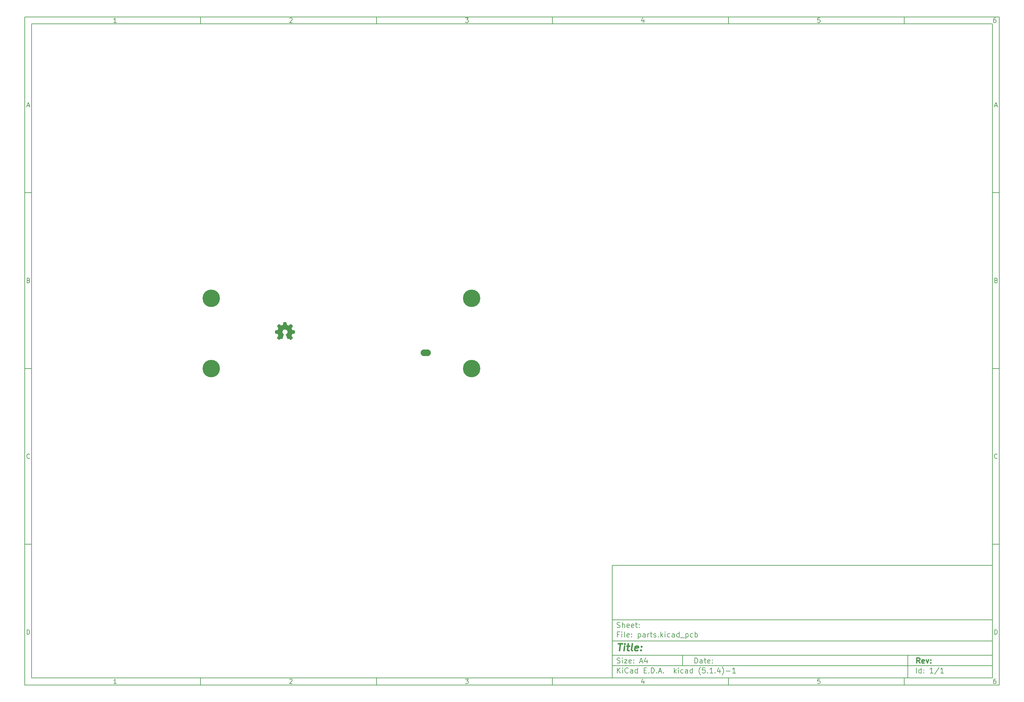
<source format=gbs>
G04 #@! TF.GenerationSoftware,KiCad,Pcbnew,(5.1.4)-1*
G04 #@! TF.CreationDate,2020-02-22T21:07:06+08:00*
G04 #@! TF.ProjectId,parts,70617274-732e-46b6-9963-61645f706362,rev?*
G04 #@! TF.SameCoordinates,Original*
G04 #@! TF.FileFunction,Soldermask,Bot*
G04 #@! TF.FilePolarity,Negative*
%FSLAX46Y46*%
G04 Gerber Fmt 4.6, Leading zero omitted, Abs format (unit mm)*
G04 Created by KiCad (PCBNEW (5.1.4)-1) date 2020-02-22 21:07:06*
%MOMM*%
%LPD*%
G04 APERTURE LIST*
%ADD10C,0.150000*%
%ADD11C,0.300000*%
%ADD12C,0.400000*%
%ADD13C,0.002540*%
%ADD14O,2.900000X1.900000*%
%ADD15C,1.000000*%
%ADD16C,4.960000*%
G04 APERTURE END LIST*
D10*
X177002200Y-166007200D02*
X177002200Y-198007200D01*
X285002200Y-198007200D01*
X285002200Y-166007200D01*
X177002200Y-166007200D01*
X10000000Y-10000000D02*
X10000000Y-200007200D01*
X287002200Y-200007200D01*
X287002200Y-10000000D01*
X10000000Y-10000000D01*
X12000000Y-12000000D02*
X12000000Y-198007200D01*
X285002200Y-198007200D01*
X285002200Y-12000000D01*
X12000000Y-12000000D01*
X60000000Y-12000000D02*
X60000000Y-10000000D01*
X110000000Y-12000000D02*
X110000000Y-10000000D01*
X160000000Y-12000000D02*
X160000000Y-10000000D01*
X210000000Y-12000000D02*
X210000000Y-10000000D01*
X260000000Y-12000000D02*
X260000000Y-10000000D01*
X36065476Y-11588095D02*
X35322619Y-11588095D01*
X35694047Y-11588095D02*
X35694047Y-10288095D01*
X35570238Y-10473809D01*
X35446428Y-10597619D01*
X35322619Y-10659523D01*
X85322619Y-10411904D02*
X85384523Y-10350000D01*
X85508333Y-10288095D01*
X85817857Y-10288095D01*
X85941666Y-10350000D01*
X86003571Y-10411904D01*
X86065476Y-10535714D01*
X86065476Y-10659523D01*
X86003571Y-10845238D01*
X85260714Y-11588095D01*
X86065476Y-11588095D01*
X135260714Y-10288095D02*
X136065476Y-10288095D01*
X135632142Y-10783333D01*
X135817857Y-10783333D01*
X135941666Y-10845238D01*
X136003571Y-10907142D01*
X136065476Y-11030952D01*
X136065476Y-11340476D01*
X136003571Y-11464285D01*
X135941666Y-11526190D01*
X135817857Y-11588095D01*
X135446428Y-11588095D01*
X135322619Y-11526190D01*
X135260714Y-11464285D01*
X185941666Y-10721428D02*
X185941666Y-11588095D01*
X185632142Y-10226190D02*
X185322619Y-11154761D01*
X186127380Y-11154761D01*
X236003571Y-10288095D02*
X235384523Y-10288095D01*
X235322619Y-10907142D01*
X235384523Y-10845238D01*
X235508333Y-10783333D01*
X235817857Y-10783333D01*
X235941666Y-10845238D01*
X236003571Y-10907142D01*
X236065476Y-11030952D01*
X236065476Y-11340476D01*
X236003571Y-11464285D01*
X235941666Y-11526190D01*
X235817857Y-11588095D01*
X235508333Y-11588095D01*
X235384523Y-11526190D01*
X235322619Y-11464285D01*
X285941666Y-10288095D02*
X285694047Y-10288095D01*
X285570238Y-10350000D01*
X285508333Y-10411904D01*
X285384523Y-10597619D01*
X285322619Y-10845238D01*
X285322619Y-11340476D01*
X285384523Y-11464285D01*
X285446428Y-11526190D01*
X285570238Y-11588095D01*
X285817857Y-11588095D01*
X285941666Y-11526190D01*
X286003571Y-11464285D01*
X286065476Y-11340476D01*
X286065476Y-11030952D01*
X286003571Y-10907142D01*
X285941666Y-10845238D01*
X285817857Y-10783333D01*
X285570238Y-10783333D01*
X285446428Y-10845238D01*
X285384523Y-10907142D01*
X285322619Y-11030952D01*
X60000000Y-198007200D02*
X60000000Y-200007200D01*
X110000000Y-198007200D02*
X110000000Y-200007200D01*
X160000000Y-198007200D02*
X160000000Y-200007200D01*
X210000000Y-198007200D02*
X210000000Y-200007200D01*
X260000000Y-198007200D02*
X260000000Y-200007200D01*
X36065476Y-199595295D02*
X35322619Y-199595295D01*
X35694047Y-199595295D02*
X35694047Y-198295295D01*
X35570238Y-198481009D01*
X35446428Y-198604819D01*
X35322619Y-198666723D01*
X85322619Y-198419104D02*
X85384523Y-198357200D01*
X85508333Y-198295295D01*
X85817857Y-198295295D01*
X85941666Y-198357200D01*
X86003571Y-198419104D01*
X86065476Y-198542914D01*
X86065476Y-198666723D01*
X86003571Y-198852438D01*
X85260714Y-199595295D01*
X86065476Y-199595295D01*
X135260714Y-198295295D02*
X136065476Y-198295295D01*
X135632142Y-198790533D01*
X135817857Y-198790533D01*
X135941666Y-198852438D01*
X136003571Y-198914342D01*
X136065476Y-199038152D01*
X136065476Y-199347676D01*
X136003571Y-199471485D01*
X135941666Y-199533390D01*
X135817857Y-199595295D01*
X135446428Y-199595295D01*
X135322619Y-199533390D01*
X135260714Y-199471485D01*
X185941666Y-198728628D02*
X185941666Y-199595295D01*
X185632142Y-198233390D02*
X185322619Y-199161961D01*
X186127380Y-199161961D01*
X236003571Y-198295295D02*
X235384523Y-198295295D01*
X235322619Y-198914342D01*
X235384523Y-198852438D01*
X235508333Y-198790533D01*
X235817857Y-198790533D01*
X235941666Y-198852438D01*
X236003571Y-198914342D01*
X236065476Y-199038152D01*
X236065476Y-199347676D01*
X236003571Y-199471485D01*
X235941666Y-199533390D01*
X235817857Y-199595295D01*
X235508333Y-199595295D01*
X235384523Y-199533390D01*
X235322619Y-199471485D01*
X285941666Y-198295295D02*
X285694047Y-198295295D01*
X285570238Y-198357200D01*
X285508333Y-198419104D01*
X285384523Y-198604819D01*
X285322619Y-198852438D01*
X285322619Y-199347676D01*
X285384523Y-199471485D01*
X285446428Y-199533390D01*
X285570238Y-199595295D01*
X285817857Y-199595295D01*
X285941666Y-199533390D01*
X286003571Y-199471485D01*
X286065476Y-199347676D01*
X286065476Y-199038152D01*
X286003571Y-198914342D01*
X285941666Y-198852438D01*
X285817857Y-198790533D01*
X285570238Y-198790533D01*
X285446428Y-198852438D01*
X285384523Y-198914342D01*
X285322619Y-199038152D01*
X10000000Y-60000000D02*
X12000000Y-60000000D01*
X10000000Y-110000000D02*
X12000000Y-110000000D01*
X10000000Y-160000000D02*
X12000000Y-160000000D01*
X10690476Y-35216666D02*
X11309523Y-35216666D01*
X10566666Y-35588095D02*
X11000000Y-34288095D01*
X11433333Y-35588095D01*
X11092857Y-84907142D02*
X11278571Y-84969047D01*
X11340476Y-85030952D01*
X11402380Y-85154761D01*
X11402380Y-85340476D01*
X11340476Y-85464285D01*
X11278571Y-85526190D01*
X11154761Y-85588095D01*
X10659523Y-85588095D01*
X10659523Y-84288095D01*
X11092857Y-84288095D01*
X11216666Y-84350000D01*
X11278571Y-84411904D01*
X11340476Y-84535714D01*
X11340476Y-84659523D01*
X11278571Y-84783333D01*
X11216666Y-84845238D01*
X11092857Y-84907142D01*
X10659523Y-84907142D01*
X11402380Y-135464285D02*
X11340476Y-135526190D01*
X11154761Y-135588095D01*
X11030952Y-135588095D01*
X10845238Y-135526190D01*
X10721428Y-135402380D01*
X10659523Y-135278571D01*
X10597619Y-135030952D01*
X10597619Y-134845238D01*
X10659523Y-134597619D01*
X10721428Y-134473809D01*
X10845238Y-134350000D01*
X11030952Y-134288095D01*
X11154761Y-134288095D01*
X11340476Y-134350000D01*
X11402380Y-134411904D01*
X10659523Y-185588095D02*
X10659523Y-184288095D01*
X10969047Y-184288095D01*
X11154761Y-184350000D01*
X11278571Y-184473809D01*
X11340476Y-184597619D01*
X11402380Y-184845238D01*
X11402380Y-185030952D01*
X11340476Y-185278571D01*
X11278571Y-185402380D01*
X11154761Y-185526190D01*
X10969047Y-185588095D01*
X10659523Y-185588095D01*
X287002200Y-60000000D02*
X285002200Y-60000000D01*
X287002200Y-110000000D02*
X285002200Y-110000000D01*
X287002200Y-160000000D02*
X285002200Y-160000000D01*
X285692676Y-35216666D02*
X286311723Y-35216666D01*
X285568866Y-35588095D02*
X286002200Y-34288095D01*
X286435533Y-35588095D01*
X286095057Y-84907142D02*
X286280771Y-84969047D01*
X286342676Y-85030952D01*
X286404580Y-85154761D01*
X286404580Y-85340476D01*
X286342676Y-85464285D01*
X286280771Y-85526190D01*
X286156961Y-85588095D01*
X285661723Y-85588095D01*
X285661723Y-84288095D01*
X286095057Y-84288095D01*
X286218866Y-84350000D01*
X286280771Y-84411904D01*
X286342676Y-84535714D01*
X286342676Y-84659523D01*
X286280771Y-84783333D01*
X286218866Y-84845238D01*
X286095057Y-84907142D01*
X285661723Y-84907142D01*
X286404580Y-135464285D02*
X286342676Y-135526190D01*
X286156961Y-135588095D01*
X286033152Y-135588095D01*
X285847438Y-135526190D01*
X285723628Y-135402380D01*
X285661723Y-135278571D01*
X285599819Y-135030952D01*
X285599819Y-134845238D01*
X285661723Y-134597619D01*
X285723628Y-134473809D01*
X285847438Y-134350000D01*
X286033152Y-134288095D01*
X286156961Y-134288095D01*
X286342676Y-134350000D01*
X286404580Y-134411904D01*
X285661723Y-185588095D02*
X285661723Y-184288095D01*
X285971247Y-184288095D01*
X286156961Y-184350000D01*
X286280771Y-184473809D01*
X286342676Y-184597619D01*
X286404580Y-184845238D01*
X286404580Y-185030952D01*
X286342676Y-185278571D01*
X286280771Y-185402380D01*
X286156961Y-185526190D01*
X285971247Y-185588095D01*
X285661723Y-185588095D01*
X200434342Y-193785771D02*
X200434342Y-192285771D01*
X200791485Y-192285771D01*
X201005771Y-192357200D01*
X201148628Y-192500057D01*
X201220057Y-192642914D01*
X201291485Y-192928628D01*
X201291485Y-193142914D01*
X201220057Y-193428628D01*
X201148628Y-193571485D01*
X201005771Y-193714342D01*
X200791485Y-193785771D01*
X200434342Y-193785771D01*
X202577200Y-193785771D02*
X202577200Y-193000057D01*
X202505771Y-192857200D01*
X202362914Y-192785771D01*
X202077200Y-192785771D01*
X201934342Y-192857200D01*
X202577200Y-193714342D02*
X202434342Y-193785771D01*
X202077200Y-193785771D01*
X201934342Y-193714342D01*
X201862914Y-193571485D01*
X201862914Y-193428628D01*
X201934342Y-193285771D01*
X202077200Y-193214342D01*
X202434342Y-193214342D01*
X202577200Y-193142914D01*
X203077200Y-192785771D02*
X203648628Y-192785771D01*
X203291485Y-192285771D02*
X203291485Y-193571485D01*
X203362914Y-193714342D01*
X203505771Y-193785771D01*
X203648628Y-193785771D01*
X204720057Y-193714342D02*
X204577200Y-193785771D01*
X204291485Y-193785771D01*
X204148628Y-193714342D01*
X204077200Y-193571485D01*
X204077200Y-193000057D01*
X204148628Y-192857200D01*
X204291485Y-192785771D01*
X204577200Y-192785771D01*
X204720057Y-192857200D01*
X204791485Y-193000057D01*
X204791485Y-193142914D01*
X204077200Y-193285771D01*
X205434342Y-193642914D02*
X205505771Y-193714342D01*
X205434342Y-193785771D01*
X205362914Y-193714342D01*
X205434342Y-193642914D01*
X205434342Y-193785771D01*
X205434342Y-192857200D02*
X205505771Y-192928628D01*
X205434342Y-193000057D01*
X205362914Y-192928628D01*
X205434342Y-192857200D01*
X205434342Y-193000057D01*
X177002200Y-194507200D02*
X285002200Y-194507200D01*
X178434342Y-196585771D02*
X178434342Y-195085771D01*
X179291485Y-196585771D02*
X178648628Y-195728628D01*
X179291485Y-195085771D02*
X178434342Y-195942914D01*
X179934342Y-196585771D02*
X179934342Y-195585771D01*
X179934342Y-195085771D02*
X179862914Y-195157200D01*
X179934342Y-195228628D01*
X180005771Y-195157200D01*
X179934342Y-195085771D01*
X179934342Y-195228628D01*
X181505771Y-196442914D02*
X181434342Y-196514342D01*
X181220057Y-196585771D01*
X181077200Y-196585771D01*
X180862914Y-196514342D01*
X180720057Y-196371485D01*
X180648628Y-196228628D01*
X180577200Y-195942914D01*
X180577200Y-195728628D01*
X180648628Y-195442914D01*
X180720057Y-195300057D01*
X180862914Y-195157200D01*
X181077200Y-195085771D01*
X181220057Y-195085771D01*
X181434342Y-195157200D01*
X181505771Y-195228628D01*
X182791485Y-196585771D02*
X182791485Y-195800057D01*
X182720057Y-195657200D01*
X182577200Y-195585771D01*
X182291485Y-195585771D01*
X182148628Y-195657200D01*
X182791485Y-196514342D02*
X182648628Y-196585771D01*
X182291485Y-196585771D01*
X182148628Y-196514342D01*
X182077200Y-196371485D01*
X182077200Y-196228628D01*
X182148628Y-196085771D01*
X182291485Y-196014342D01*
X182648628Y-196014342D01*
X182791485Y-195942914D01*
X184148628Y-196585771D02*
X184148628Y-195085771D01*
X184148628Y-196514342D02*
X184005771Y-196585771D01*
X183720057Y-196585771D01*
X183577200Y-196514342D01*
X183505771Y-196442914D01*
X183434342Y-196300057D01*
X183434342Y-195871485D01*
X183505771Y-195728628D01*
X183577200Y-195657200D01*
X183720057Y-195585771D01*
X184005771Y-195585771D01*
X184148628Y-195657200D01*
X186005771Y-195800057D02*
X186505771Y-195800057D01*
X186720057Y-196585771D02*
X186005771Y-196585771D01*
X186005771Y-195085771D01*
X186720057Y-195085771D01*
X187362914Y-196442914D02*
X187434342Y-196514342D01*
X187362914Y-196585771D01*
X187291485Y-196514342D01*
X187362914Y-196442914D01*
X187362914Y-196585771D01*
X188077200Y-196585771D02*
X188077200Y-195085771D01*
X188434342Y-195085771D01*
X188648628Y-195157200D01*
X188791485Y-195300057D01*
X188862914Y-195442914D01*
X188934342Y-195728628D01*
X188934342Y-195942914D01*
X188862914Y-196228628D01*
X188791485Y-196371485D01*
X188648628Y-196514342D01*
X188434342Y-196585771D01*
X188077200Y-196585771D01*
X189577200Y-196442914D02*
X189648628Y-196514342D01*
X189577200Y-196585771D01*
X189505771Y-196514342D01*
X189577200Y-196442914D01*
X189577200Y-196585771D01*
X190220057Y-196157200D02*
X190934342Y-196157200D01*
X190077200Y-196585771D02*
X190577200Y-195085771D01*
X191077200Y-196585771D01*
X191577200Y-196442914D02*
X191648628Y-196514342D01*
X191577200Y-196585771D01*
X191505771Y-196514342D01*
X191577200Y-196442914D01*
X191577200Y-196585771D01*
X194577200Y-196585771D02*
X194577200Y-195085771D01*
X194720057Y-196014342D02*
X195148628Y-196585771D01*
X195148628Y-195585771D02*
X194577200Y-196157200D01*
X195791485Y-196585771D02*
X195791485Y-195585771D01*
X195791485Y-195085771D02*
X195720057Y-195157200D01*
X195791485Y-195228628D01*
X195862914Y-195157200D01*
X195791485Y-195085771D01*
X195791485Y-195228628D01*
X197148628Y-196514342D02*
X197005771Y-196585771D01*
X196720057Y-196585771D01*
X196577200Y-196514342D01*
X196505771Y-196442914D01*
X196434342Y-196300057D01*
X196434342Y-195871485D01*
X196505771Y-195728628D01*
X196577200Y-195657200D01*
X196720057Y-195585771D01*
X197005771Y-195585771D01*
X197148628Y-195657200D01*
X198434342Y-196585771D02*
X198434342Y-195800057D01*
X198362914Y-195657200D01*
X198220057Y-195585771D01*
X197934342Y-195585771D01*
X197791485Y-195657200D01*
X198434342Y-196514342D02*
X198291485Y-196585771D01*
X197934342Y-196585771D01*
X197791485Y-196514342D01*
X197720057Y-196371485D01*
X197720057Y-196228628D01*
X197791485Y-196085771D01*
X197934342Y-196014342D01*
X198291485Y-196014342D01*
X198434342Y-195942914D01*
X199791485Y-196585771D02*
X199791485Y-195085771D01*
X199791485Y-196514342D02*
X199648628Y-196585771D01*
X199362914Y-196585771D01*
X199220057Y-196514342D01*
X199148628Y-196442914D01*
X199077200Y-196300057D01*
X199077200Y-195871485D01*
X199148628Y-195728628D01*
X199220057Y-195657200D01*
X199362914Y-195585771D01*
X199648628Y-195585771D01*
X199791485Y-195657200D01*
X202077200Y-197157200D02*
X202005771Y-197085771D01*
X201862914Y-196871485D01*
X201791485Y-196728628D01*
X201720057Y-196514342D01*
X201648628Y-196157200D01*
X201648628Y-195871485D01*
X201720057Y-195514342D01*
X201791485Y-195300057D01*
X201862914Y-195157200D01*
X202005771Y-194942914D01*
X202077200Y-194871485D01*
X203362914Y-195085771D02*
X202648628Y-195085771D01*
X202577200Y-195800057D01*
X202648628Y-195728628D01*
X202791485Y-195657200D01*
X203148628Y-195657200D01*
X203291485Y-195728628D01*
X203362914Y-195800057D01*
X203434342Y-195942914D01*
X203434342Y-196300057D01*
X203362914Y-196442914D01*
X203291485Y-196514342D01*
X203148628Y-196585771D01*
X202791485Y-196585771D01*
X202648628Y-196514342D01*
X202577200Y-196442914D01*
X204077200Y-196442914D02*
X204148628Y-196514342D01*
X204077200Y-196585771D01*
X204005771Y-196514342D01*
X204077200Y-196442914D01*
X204077200Y-196585771D01*
X205577200Y-196585771D02*
X204720057Y-196585771D01*
X205148628Y-196585771D02*
X205148628Y-195085771D01*
X205005771Y-195300057D01*
X204862914Y-195442914D01*
X204720057Y-195514342D01*
X206220057Y-196442914D02*
X206291485Y-196514342D01*
X206220057Y-196585771D01*
X206148628Y-196514342D01*
X206220057Y-196442914D01*
X206220057Y-196585771D01*
X207577200Y-195585771D02*
X207577200Y-196585771D01*
X207220057Y-195014342D02*
X206862914Y-196085771D01*
X207791485Y-196085771D01*
X208220057Y-197157200D02*
X208291485Y-197085771D01*
X208434342Y-196871485D01*
X208505771Y-196728628D01*
X208577200Y-196514342D01*
X208648628Y-196157200D01*
X208648628Y-195871485D01*
X208577200Y-195514342D01*
X208505771Y-195300057D01*
X208434342Y-195157200D01*
X208291485Y-194942914D01*
X208220057Y-194871485D01*
X209362914Y-196014342D02*
X210505771Y-196014342D01*
X212005771Y-196585771D02*
X211148628Y-196585771D01*
X211577200Y-196585771D02*
X211577200Y-195085771D01*
X211434342Y-195300057D01*
X211291485Y-195442914D01*
X211148628Y-195514342D01*
X177002200Y-191507200D02*
X285002200Y-191507200D01*
D11*
X264411485Y-193785771D02*
X263911485Y-193071485D01*
X263554342Y-193785771D02*
X263554342Y-192285771D01*
X264125771Y-192285771D01*
X264268628Y-192357200D01*
X264340057Y-192428628D01*
X264411485Y-192571485D01*
X264411485Y-192785771D01*
X264340057Y-192928628D01*
X264268628Y-193000057D01*
X264125771Y-193071485D01*
X263554342Y-193071485D01*
X265625771Y-193714342D02*
X265482914Y-193785771D01*
X265197200Y-193785771D01*
X265054342Y-193714342D01*
X264982914Y-193571485D01*
X264982914Y-193000057D01*
X265054342Y-192857200D01*
X265197200Y-192785771D01*
X265482914Y-192785771D01*
X265625771Y-192857200D01*
X265697200Y-193000057D01*
X265697200Y-193142914D01*
X264982914Y-193285771D01*
X266197200Y-192785771D02*
X266554342Y-193785771D01*
X266911485Y-192785771D01*
X267482914Y-193642914D02*
X267554342Y-193714342D01*
X267482914Y-193785771D01*
X267411485Y-193714342D01*
X267482914Y-193642914D01*
X267482914Y-193785771D01*
X267482914Y-192857200D02*
X267554342Y-192928628D01*
X267482914Y-193000057D01*
X267411485Y-192928628D01*
X267482914Y-192857200D01*
X267482914Y-193000057D01*
D10*
X178362914Y-193714342D02*
X178577200Y-193785771D01*
X178934342Y-193785771D01*
X179077200Y-193714342D01*
X179148628Y-193642914D01*
X179220057Y-193500057D01*
X179220057Y-193357200D01*
X179148628Y-193214342D01*
X179077200Y-193142914D01*
X178934342Y-193071485D01*
X178648628Y-193000057D01*
X178505771Y-192928628D01*
X178434342Y-192857200D01*
X178362914Y-192714342D01*
X178362914Y-192571485D01*
X178434342Y-192428628D01*
X178505771Y-192357200D01*
X178648628Y-192285771D01*
X179005771Y-192285771D01*
X179220057Y-192357200D01*
X179862914Y-193785771D02*
X179862914Y-192785771D01*
X179862914Y-192285771D02*
X179791485Y-192357200D01*
X179862914Y-192428628D01*
X179934342Y-192357200D01*
X179862914Y-192285771D01*
X179862914Y-192428628D01*
X180434342Y-192785771D02*
X181220057Y-192785771D01*
X180434342Y-193785771D01*
X181220057Y-193785771D01*
X182362914Y-193714342D02*
X182220057Y-193785771D01*
X181934342Y-193785771D01*
X181791485Y-193714342D01*
X181720057Y-193571485D01*
X181720057Y-193000057D01*
X181791485Y-192857200D01*
X181934342Y-192785771D01*
X182220057Y-192785771D01*
X182362914Y-192857200D01*
X182434342Y-193000057D01*
X182434342Y-193142914D01*
X181720057Y-193285771D01*
X183077200Y-193642914D02*
X183148628Y-193714342D01*
X183077200Y-193785771D01*
X183005771Y-193714342D01*
X183077200Y-193642914D01*
X183077200Y-193785771D01*
X183077200Y-192857200D02*
X183148628Y-192928628D01*
X183077200Y-193000057D01*
X183005771Y-192928628D01*
X183077200Y-192857200D01*
X183077200Y-193000057D01*
X184862914Y-193357200D02*
X185577200Y-193357200D01*
X184720057Y-193785771D02*
X185220057Y-192285771D01*
X185720057Y-193785771D01*
X186862914Y-192785771D02*
X186862914Y-193785771D01*
X186505771Y-192214342D02*
X186148628Y-193285771D01*
X187077200Y-193285771D01*
X263434342Y-196585771D02*
X263434342Y-195085771D01*
X264791485Y-196585771D02*
X264791485Y-195085771D01*
X264791485Y-196514342D02*
X264648628Y-196585771D01*
X264362914Y-196585771D01*
X264220057Y-196514342D01*
X264148628Y-196442914D01*
X264077200Y-196300057D01*
X264077200Y-195871485D01*
X264148628Y-195728628D01*
X264220057Y-195657200D01*
X264362914Y-195585771D01*
X264648628Y-195585771D01*
X264791485Y-195657200D01*
X265505771Y-196442914D02*
X265577200Y-196514342D01*
X265505771Y-196585771D01*
X265434342Y-196514342D01*
X265505771Y-196442914D01*
X265505771Y-196585771D01*
X265505771Y-195657200D02*
X265577200Y-195728628D01*
X265505771Y-195800057D01*
X265434342Y-195728628D01*
X265505771Y-195657200D01*
X265505771Y-195800057D01*
X268148628Y-196585771D02*
X267291485Y-196585771D01*
X267720057Y-196585771D02*
X267720057Y-195085771D01*
X267577200Y-195300057D01*
X267434342Y-195442914D01*
X267291485Y-195514342D01*
X269862914Y-195014342D02*
X268577200Y-196942914D01*
X271148628Y-196585771D02*
X270291485Y-196585771D01*
X270720057Y-196585771D02*
X270720057Y-195085771D01*
X270577200Y-195300057D01*
X270434342Y-195442914D01*
X270291485Y-195514342D01*
X177002200Y-187507200D02*
X285002200Y-187507200D01*
D12*
X178714580Y-188211961D02*
X179857438Y-188211961D01*
X179036009Y-190211961D02*
X179286009Y-188211961D01*
X180274104Y-190211961D02*
X180440771Y-188878628D01*
X180524104Y-188211961D02*
X180416961Y-188307200D01*
X180500295Y-188402438D01*
X180607438Y-188307200D01*
X180524104Y-188211961D01*
X180500295Y-188402438D01*
X181107438Y-188878628D02*
X181869342Y-188878628D01*
X181476485Y-188211961D02*
X181262200Y-189926247D01*
X181333628Y-190116723D01*
X181512200Y-190211961D01*
X181702676Y-190211961D01*
X182655057Y-190211961D02*
X182476485Y-190116723D01*
X182405057Y-189926247D01*
X182619342Y-188211961D01*
X184190771Y-190116723D02*
X183988390Y-190211961D01*
X183607438Y-190211961D01*
X183428866Y-190116723D01*
X183357438Y-189926247D01*
X183452676Y-189164342D01*
X183571723Y-188973866D01*
X183774104Y-188878628D01*
X184155057Y-188878628D01*
X184333628Y-188973866D01*
X184405057Y-189164342D01*
X184381247Y-189354819D01*
X183405057Y-189545295D01*
X185155057Y-190021485D02*
X185238390Y-190116723D01*
X185131247Y-190211961D01*
X185047914Y-190116723D01*
X185155057Y-190021485D01*
X185131247Y-190211961D01*
X185286009Y-188973866D02*
X185369342Y-189069104D01*
X185262200Y-189164342D01*
X185178866Y-189069104D01*
X185286009Y-188973866D01*
X185262200Y-189164342D01*
D10*
X178934342Y-185600057D02*
X178434342Y-185600057D01*
X178434342Y-186385771D02*
X178434342Y-184885771D01*
X179148628Y-184885771D01*
X179720057Y-186385771D02*
X179720057Y-185385771D01*
X179720057Y-184885771D02*
X179648628Y-184957200D01*
X179720057Y-185028628D01*
X179791485Y-184957200D01*
X179720057Y-184885771D01*
X179720057Y-185028628D01*
X180648628Y-186385771D02*
X180505771Y-186314342D01*
X180434342Y-186171485D01*
X180434342Y-184885771D01*
X181791485Y-186314342D02*
X181648628Y-186385771D01*
X181362914Y-186385771D01*
X181220057Y-186314342D01*
X181148628Y-186171485D01*
X181148628Y-185600057D01*
X181220057Y-185457200D01*
X181362914Y-185385771D01*
X181648628Y-185385771D01*
X181791485Y-185457200D01*
X181862914Y-185600057D01*
X181862914Y-185742914D01*
X181148628Y-185885771D01*
X182505771Y-186242914D02*
X182577200Y-186314342D01*
X182505771Y-186385771D01*
X182434342Y-186314342D01*
X182505771Y-186242914D01*
X182505771Y-186385771D01*
X182505771Y-185457200D02*
X182577200Y-185528628D01*
X182505771Y-185600057D01*
X182434342Y-185528628D01*
X182505771Y-185457200D01*
X182505771Y-185600057D01*
X184362914Y-185385771D02*
X184362914Y-186885771D01*
X184362914Y-185457200D02*
X184505771Y-185385771D01*
X184791485Y-185385771D01*
X184934342Y-185457200D01*
X185005771Y-185528628D01*
X185077200Y-185671485D01*
X185077200Y-186100057D01*
X185005771Y-186242914D01*
X184934342Y-186314342D01*
X184791485Y-186385771D01*
X184505771Y-186385771D01*
X184362914Y-186314342D01*
X186362914Y-186385771D02*
X186362914Y-185600057D01*
X186291485Y-185457200D01*
X186148628Y-185385771D01*
X185862914Y-185385771D01*
X185720057Y-185457200D01*
X186362914Y-186314342D02*
X186220057Y-186385771D01*
X185862914Y-186385771D01*
X185720057Y-186314342D01*
X185648628Y-186171485D01*
X185648628Y-186028628D01*
X185720057Y-185885771D01*
X185862914Y-185814342D01*
X186220057Y-185814342D01*
X186362914Y-185742914D01*
X187077200Y-186385771D02*
X187077200Y-185385771D01*
X187077200Y-185671485D02*
X187148628Y-185528628D01*
X187220057Y-185457200D01*
X187362914Y-185385771D01*
X187505771Y-185385771D01*
X187791485Y-185385771D02*
X188362914Y-185385771D01*
X188005771Y-184885771D02*
X188005771Y-186171485D01*
X188077200Y-186314342D01*
X188220057Y-186385771D01*
X188362914Y-186385771D01*
X188791485Y-186314342D02*
X188934342Y-186385771D01*
X189220057Y-186385771D01*
X189362914Y-186314342D01*
X189434342Y-186171485D01*
X189434342Y-186100057D01*
X189362914Y-185957200D01*
X189220057Y-185885771D01*
X189005771Y-185885771D01*
X188862914Y-185814342D01*
X188791485Y-185671485D01*
X188791485Y-185600057D01*
X188862914Y-185457200D01*
X189005771Y-185385771D01*
X189220057Y-185385771D01*
X189362914Y-185457200D01*
X190077200Y-186242914D02*
X190148628Y-186314342D01*
X190077200Y-186385771D01*
X190005771Y-186314342D01*
X190077200Y-186242914D01*
X190077200Y-186385771D01*
X190791485Y-186385771D02*
X190791485Y-184885771D01*
X190934342Y-185814342D02*
X191362914Y-186385771D01*
X191362914Y-185385771D02*
X190791485Y-185957200D01*
X192005771Y-186385771D02*
X192005771Y-185385771D01*
X192005771Y-184885771D02*
X191934342Y-184957200D01*
X192005771Y-185028628D01*
X192077200Y-184957200D01*
X192005771Y-184885771D01*
X192005771Y-185028628D01*
X193362914Y-186314342D02*
X193220057Y-186385771D01*
X192934342Y-186385771D01*
X192791485Y-186314342D01*
X192720057Y-186242914D01*
X192648628Y-186100057D01*
X192648628Y-185671485D01*
X192720057Y-185528628D01*
X192791485Y-185457200D01*
X192934342Y-185385771D01*
X193220057Y-185385771D01*
X193362914Y-185457200D01*
X194648628Y-186385771D02*
X194648628Y-185600057D01*
X194577200Y-185457200D01*
X194434342Y-185385771D01*
X194148628Y-185385771D01*
X194005771Y-185457200D01*
X194648628Y-186314342D02*
X194505771Y-186385771D01*
X194148628Y-186385771D01*
X194005771Y-186314342D01*
X193934342Y-186171485D01*
X193934342Y-186028628D01*
X194005771Y-185885771D01*
X194148628Y-185814342D01*
X194505771Y-185814342D01*
X194648628Y-185742914D01*
X196005771Y-186385771D02*
X196005771Y-184885771D01*
X196005771Y-186314342D02*
X195862914Y-186385771D01*
X195577200Y-186385771D01*
X195434342Y-186314342D01*
X195362914Y-186242914D01*
X195291485Y-186100057D01*
X195291485Y-185671485D01*
X195362914Y-185528628D01*
X195434342Y-185457200D01*
X195577200Y-185385771D01*
X195862914Y-185385771D01*
X196005771Y-185457200D01*
X196362914Y-186528628D02*
X197505771Y-186528628D01*
X197862914Y-185385771D02*
X197862914Y-186885771D01*
X197862914Y-185457200D02*
X198005771Y-185385771D01*
X198291485Y-185385771D01*
X198434342Y-185457200D01*
X198505771Y-185528628D01*
X198577200Y-185671485D01*
X198577200Y-186100057D01*
X198505771Y-186242914D01*
X198434342Y-186314342D01*
X198291485Y-186385771D01*
X198005771Y-186385771D01*
X197862914Y-186314342D01*
X199862914Y-186314342D02*
X199720057Y-186385771D01*
X199434342Y-186385771D01*
X199291485Y-186314342D01*
X199220057Y-186242914D01*
X199148628Y-186100057D01*
X199148628Y-185671485D01*
X199220057Y-185528628D01*
X199291485Y-185457200D01*
X199434342Y-185385771D01*
X199720057Y-185385771D01*
X199862914Y-185457200D01*
X200505771Y-186385771D02*
X200505771Y-184885771D01*
X200505771Y-185457200D02*
X200648628Y-185385771D01*
X200934342Y-185385771D01*
X201077200Y-185457200D01*
X201148628Y-185528628D01*
X201220057Y-185671485D01*
X201220057Y-186100057D01*
X201148628Y-186242914D01*
X201077200Y-186314342D01*
X200934342Y-186385771D01*
X200648628Y-186385771D01*
X200505771Y-186314342D01*
X177002200Y-181507200D02*
X285002200Y-181507200D01*
X178362914Y-183614342D02*
X178577200Y-183685771D01*
X178934342Y-183685771D01*
X179077200Y-183614342D01*
X179148628Y-183542914D01*
X179220057Y-183400057D01*
X179220057Y-183257200D01*
X179148628Y-183114342D01*
X179077200Y-183042914D01*
X178934342Y-182971485D01*
X178648628Y-182900057D01*
X178505771Y-182828628D01*
X178434342Y-182757200D01*
X178362914Y-182614342D01*
X178362914Y-182471485D01*
X178434342Y-182328628D01*
X178505771Y-182257200D01*
X178648628Y-182185771D01*
X179005771Y-182185771D01*
X179220057Y-182257200D01*
X179862914Y-183685771D02*
X179862914Y-182185771D01*
X180505771Y-183685771D02*
X180505771Y-182900057D01*
X180434342Y-182757200D01*
X180291485Y-182685771D01*
X180077200Y-182685771D01*
X179934342Y-182757200D01*
X179862914Y-182828628D01*
X181791485Y-183614342D02*
X181648628Y-183685771D01*
X181362914Y-183685771D01*
X181220057Y-183614342D01*
X181148628Y-183471485D01*
X181148628Y-182900057D01*
X181220057Y-182757200D01*
X181362914Y-182685771D01*
X181648628Y-182685771D01*
X181791485Y-182757200D01*
X181862914Y-182900057D01*
X181862914Y-183042914D01*
X181148628Y-183185771D01*
X183077200Y-183614342D02*
X182934342Y-183685771D01*
X182648628Y-183685771D01*
X182505771Y-183614342D01*
X182434342Y-183471485D01*
X182434342Y-182900057D01*
X182505771Y-182757200D01*
X182648628Y-182685771D01*
X182934342Y-182685771D01*
X183077200Y-182757200D01*
X183148628Y-182900057D01*
X183148628Y-183042914D01*
X182434342Y-183185771D01*
X183577200Y-182685771D02*
X184148628Y-182685771D01*
X183791485Y-182185771D02*
X183791485Y-183471485D01*
X183862914Y-183614342D01*
X184005771Y-183685771D01*
X184148628Y-183685771D01*
X184648628Y-183542914D02*
X184720057Y-183614342D01*
X184648628Y-183685771D01*
X184577200Y-183614342D01*
X184648628Y-183542914D01*
X184648628Y-183685771D01*
X184648628Y-182757200D02*
X184720057Y-182828628D01*
X184648628Y-182900057D01*
X184577200Y-182828628D01*
X184648628Y-182757200D01*
X184648628Y-182900057D01*
X197002200Y-191507200D02*
X197002200Y-194507200D01*
X261002200Y-191507200D02*
X261002200Y-198007200D01*
D13*
G36*
X85612560Y-101795360D02*
G01*
X85582080Y-101780120D01*
X85518580Y-101739480D01*
X85424600Y-101678520D01*
X85315380Y-101604860D01*
X85203620Y-101528660D01*
X85114720Y-101467700D01*
X85051220Y-101427060D01*
X85023280Y-101414360D01*
X85010580Y-101419440D01*
X84957240Y-101444840D01*
X84881040Y-101482940D01*
X84837860Y-101505800D01*
X84766740Y-101536280D01*
X84733720Y-101541360D01*
X84726100Y-101533740D01*
X84700700Y-101480400D01*
X84662600Y-101388960D01*
X84609260Y-101267040D01*
X84548300Y-101127340D01*
X84484800Y-100974940D01*
X84418760Y-100820000D01*
X84357800Y-100670140D01*
X84304460Y-100538060D01*
X84261280Y-100428840D01*
X84230800Y-100355180D01*
X84220640Y-100322160D01*
X84223180Y-100314540D01*
X84258740Y-100281520D01*
X84319700Y-100235800D01*
X84451780Y-100129120D01*
X84581320Y-99966560D01*
X84660060Y-99781140D01*
X84688000Y-99577940D01*
X84665140Y-99387440D01*
X84588940Y-99204560D01*
X84461940Y-99042000D01*
X84309540Y-98920080D01*
X84129200Y-98841340D01*
X83926000Y-98818480D01*
X83732960Y-98838800D01*
X83547540Y-98912460D01*
X83382440Y-99036920D01*
X83313860Y-99118200D01*
X83217340Y-99283300D01*
X83164000Y-99461100D01*
X83156380Y-99506820D01*
X83166540Y-99702400D01*
X83222420Y-99887820D01*
X83326560Y-100055460D01*
X83468800Y-100192620D01*
X83486580Y-100207860D01*
X83555160Y-100256120D01*
X83598340Y-100291680D01*
X83633900Y-100319620D01*
X83384980Y-100919060D01*
X83344340Y-101013040D01*
X83275760Y-101178140D01*
X83217340Y-101317840D01*
X83169080Y-101429600D01*
X83136060Y-101505800D01*
X83120820Y-101536280D01*
X83118280Y-101536280D01*
X83097960Y-101541360D01*
X83052240Y-101523580D01*
X82968420Y-101482940D01*
X82912540Y-101455000D01*
X82849040Y-101424520D01*
X82821100Y-101414360D01*
X82795700Y-101427060D01*
X82734740Y-101465160D01*
X82645840Y-101526120D01*
X82539160Y-101599780D01*
X82437560Y-101668360D01*
X82343580Y-101729320D01*
X82275000Y-101772500D01*
X82241980Y-101790280D01*
X82236900Y-101790280D01*
X82206420Y-101775040D01*
X82153080Y-101729320D01*
X82071800Y-101653120D01*
X81954960Y-101538820D01*
X81937180Y-101521040D01*
X81843200Y-101424520D01*
X81767000Y-101343240D01*
X81713660Y-101287360D01*
X81695880Y-101259420D01*
X81713660Y-101226400D01*
X81756840Y-101160360D01*
X81817800Y-101063840D01*
X81894000Y-100952080D01*
X82092120Y-100665060D01*
X81982900Y-100393280D01*
X81949880Y-100309460D01*
X81906700Y-100207860D01*
X81876220Y-100136740D01*
X81860980Y-100103720D01*
X81830500Y-100093560D01*
X81756840Y-100075780D01*
X81647620Y-100052920D01*
X81518080Y-100030060D01*
X81396160Y-100007200D01*
X81286940Y-99986880D01*
X81205660Y-99971640D01*
X81170100Y-99964020D01*
X81159940Y-99958940D01*
X81154860Y-99941160D01*
X81149780Y-99903060D01*
X81147240Y-99837020D01*
X81144700Y-99730340D01*
X81144700Y-99577940D01*
X81144700Y-99560160D01*
X81147240Y-99412840D01*
X81149780Y-99298540D01*
X81152320Y-99222340D01*
X81157400Y-99191860D01*
X81192960Y-99184240D01*
X81271700Y-99166460D01*
X81380920Y-99146140D01*
X81513000Y-99120740D01*
X81523160Y-99118200D01*
X81652700Y-99092800D01*
X81764460Y-99069940D01*
X81840660Y-99052160D01*
X81873680Y-99042000D01*
X81881300Y-99031840D01*
X81906700Y-98981040D01*
X81944800Y-98899760D01*
X81987980Y-98800700D01*
X82031160Y-98696560D01*
X82069260Y-98605120D01*
X82094660Y-98534000D01*
X82102280Y-98503520D01*
X82099740Y-98503520D01*
X82081960Y-98470500D01*
X82036240Y-98401920D01*
X81972740Y-98307940D01*
X81894000Y-98196180D01*
X81888920Y-98188560D01*
X81812720Y-98076800D01*
X81751760Y-97982820D01*
X81711120Y-97914240D01*
X81695880Y-97883760D01*
X81721280Y-97850740D01*
X81777160Y-97787240D01*
X81858440Y-97700880D01*
X81957500Y-97604360D01*
X81987980Y-97573880D01*
X82094660Y-97467200D01*
X82170860Y-97398620D01*
X82216580Y-97360520D01*
X82239440Y-97352900D01*
X82241980Y-97352900D01*
X82275000Y-97373220D01*
X82343580Y-97418940D01*
X82440100Y-97484980D01*
X82551860Y-97561180D01*
X82559480Y-97566260D01*
X82671240Y-97642460D01*
X82765220Y-97705960D01*
X82831260Y-97749140D01*
X82859200Y-97766920D01*
X82864280Y-97766920D01*
X82910000Y-97751680D01*
X82988740Y-97723740D01*
X83085260Y-97688180D01*
X83189400Y-97645000D01*
X83280840Y-97606900D01*
X83351960Y-97573880D01*
X83384980Y-97556100D01*
X83384980Y-97553560D01*
X83397680Y-97515460D01*
X83418000Y-97431640D01*
X83440860Y-97317340D01*
X83466260Y-97180180D01*
X83471340Y-97157320D01*
X83496740Y-97025240D01*
X83517060Y-96916020D01*
X83532300Y-96839820D01*
X83539920Y-96809340D01*
X83560240Y-96804260D01*
X83623740Y-96799180D01*
X83722800Y-96796640D01*
X83842180Y-96796640D01*
X83966640Y-96796640D01*
X84091100Y-96799180D01*
X84195240Y-96804260D01*
X84271440Y-96809340D01*
X84301920Y-96814420D01*
X84301920Y-96816960D01*
X84314620Y-96857600D01*
X84332400Y-96941420D01*
X84355260Y-97055720D01*
X84383200Y-97192880D01*
X84388280Y-97218280D01*
X84411140Y-97350360D01*
X84434000Y-97457040D01*
X84449240Y-97533240D01*
X84459400Y-97561180D01*
X84469560Y-97568800D01*
X84525440Y-97591660D01*
X84614340Y-97629760D01*
X84723560Y-97672940D01*
X84977560Y-97777080D01*
X85289980Y-97561180D01*
X85320460Y-97543400D01*
X85432220Y-97467200D01*
X85523660Y-97403700D01*
X85587160Y-97363060D01*
X85615100Y-97347820D01*
X85617640Y-97350360D01*
X85648120Y-97375760D01*
X85709080Y-97434180D01*
X85795440Y-97518000D01*
X85891960Y-97614520D01*
X85965620Y-97688180D01*
X86051980Y-97774540D01*
X86105320Y-97832960D01*
X86135800Y-97871060D01*
X86145960Y-97893920D01*
X86143420Y-97909160D01*
X86123100Y-97942180D01*
X86077380Y-98010760D01*
X86013880Y-98104740D01*
X85937680Y-98216500D01*
X85874180Y-98307940D01*
X85808140Y-98412080D01*
X85762420Y-98488280D01*
X85747180Y-98523840D01*
X85752260Y-98539080D01*
X85772580Y-98600040D01*
X85810680Y-98694020D01*
X85856400Y-98803240D01*
X85965620Y-99049620D01*
X86128180Y-99082640D01*
X86227240Y-99100420D01*
X86364400Y-99125820D01*
X86493940Y-99151220D01*
X86699680Y-99191860D01*
X86707300Y-99943700D01*
X86676820Y-99958940D01*
X86646340Y-99966560D01*
X86570140Y-99984340D01*
X86460920Y-100004660D01*
X86333920Y-100030060D01*
X86224700Y-100050380D01*
X86112940Y-100070700D01*
X86034200Y-100085940D01*
X85998640Y-100093560D01*
X85991020Y-100103720D01*
X85963080Y-100157060D01*
X85924980Y-100243420D01*
X85881800Y-100345020D01*
X85836080Y-100449160D01*
X85797980Y-100548220D01*
X85770040Y-100621880D01*
X85759880Y-100659980D01*
X85775120Y-100687920D01*
X85818300Y-100753960D01*
X85879260Y-100845400D01*
X85952920Y-100954620D01*
X86026580Y-101063840D01*
X86090080Y-101157820D01*
X86133260Y-101223860D01*
X86153580Y-101254340D01*
X86143420Y-101277200D01*
X86100240Y-101328000D01*
X86016420Y-101414360D01*
X85894500Y-101536280D01*
X85874180Y-101554060D01*
X85777660Y-101648040D01*
X85693840Y-101724240D01*
X85637960Y-101775040D01*
X85612560Y-101795360D01*
X85612560Y-101795360D01*
G37*
X85612560Y-101795360D02*
X85582080Y-101780120D01*
X85518580Y-101739480D01*
X85424600Y-101678520D01*
X85315380Y-101604860D01*
X85203620Y-101528660D01*
X85114720Y-101467700D01*
X85051220Y-101427060D01*
X85023280Y-101414360D01*
X85010580Y-101419440D01*
X84957240Y-101444840D01*
X84881040Y-101482940D01*
X84837860Y-101505800D01*
X84766740Y-101536280D01*
X84733720Y-101541360D01*
X84726100Y-101533740D01*
X84700700Y-101480400D01*
X84662600Y-101388960D01*
X84609260Y-101267040D01*
X84548300Y-101127340D01*
X84484800Y-100974940D01*
X84418760Y-100820000D01*
X84357800Y-100670140D01*
X84304460Y-100538060D01*
X84261280Y-100428840D01*
X84230800Y-100355180D01*
X84220640Y-100322160D01*
X84223180Y-100314540D01*
X84258740Y-100281520D01*
X84319700Y-100235800D01*
X84451780Y-100129120D01*
X84581320Y-99966560D01*
X84660060Y-99781140D01*
X84688000Y-99577940D01*
X84665140Y-99387440D01*
X84588940Y-99204560D01*
X84461940Y-99042000D01*
X84309540Y-98920080D01*
X84129200Y-98841340D01*
X83926000Y-98818480D01*
X83732960Y-98838800D01*
X83547540Y-98912460D01*
X83382440Y-99036920D01*
X83313860Y-99118200D01*
X83217340Y-99283300D01*
X83164000Y-99461100D01*
X83156380Y-99506820D01*
X83166540Y-99702400D01*
X83222420Y-99887820D01*
X83326560Y-100055460D01*
X83468800Y-100192620D01*
X83486580Y-100207860D01*
X83555160Y-100256120D01*
X83598340Y-100291680D01*
X83633900Y-100319620D01*
X83384980Y-100919060D01*
X83344340Y-101013040D01*
X83275760Y-101178140D01*
X83217340Y-101317840D01*
X83169080Y-101429600D01*
X83136060Y-101505800D01*
X83120820Y-101536280D01*
X83118280Y-101536280D01*
X83097960Y-101541360D01*
X83052240Y-101523580D01*
X82968420Y-101482940D01*
X82912540Y-101455000D01*
X82849040Y-101424520D01*
X82821100Y-101414360D01*
X82795700Y-101427060D01*
X82734740Y-101465160D01*
X82645840Y-101526120D01*
X82539160Y-101599780D01*
X82437560Y-101668360D01*
X82343580Y-101729320D01*
X82275000Y-101772500D01*
X82241980Y-101790280D01*
X82236900Y-101790280D01*
X82206420Y-101775040D01*
X82153080Y-101729320D01*
X82071800Y-101653120D01*
X81954960Y-101538820D01*
X81937180Y-101521040D01*
X81843200Y-101424520D01*
X81767000Y-101343240D01*
X81713660Y-101287360D01*
X81695880Y-101259420D01*
X81713660Y-101226400D01*
X81756840Y-101160360D01*
X81817800Y-101063840D01*
X81894000Y-100952080D01*
X82092120Y-100665060D01*
X81982900Y-100393280D01*
X81949880Y-100309460D01*
X81906700Y-100207860D01*
X81876220Y-100136740D01*
X81860980Y-100103720D01*
X81830500Y-100093560D01*
X81756840Y-100075780D01*
X81647620Y-100052920D01*
X81518080Y-100030060D01*
X81396160Y-100007200D01*
X81286940Y-99986880D01*
X81205660Y-99971640D01*
X81170100Y-99964020D01*
X81159940Y-99958940D01*
X81154860Y-99941160D01*
X81149780Y-99903060D01*
X81147240Y-99837020D01*
X81144700Y-99730340D01*
X81144700Y-99577940D01*
X81144700Y-99560160D01*
X81147240Y-99412840D01*
X81149780Y-99298540D01*
X81152320Y-99222340D01*
X81157400Y-99191860D01*
X81192960Y-99184240D01*
X81271700Y-99166460D01*
X81380920Y-99146140D01*
X81513000Y-99120740D01*
X81523160Y-99118200D01*
X81652700Y-99092800D01*
X81764460Y-99069940D01*
X81840660Y-99052160D01*
X81873680Y-99042000D01*
X81881300Y-99031840D01*
X81906700Y-98981040D01*
X81944800Y-98899760D01*
X81987980Y-98800700D01*
X82031160Y-98696560D01*
X82069260Y-98605120D01*
X82094660Y-98534000D01*
X82102280Y-98503520D01*
X82099740Y-98503520D01*
X82081960Y-98470500D01*
X82036240Y-98401920D01*
X81972740Y-98307940D01*
X81894000Y-98196180D01*
X81888920Y-98188560D01*
X81812720Y-98076800D01*
X81751760Y-97982820D01*
X81711120Y-97914240D01*
X81695880Y-97883760D01*
X81721280Y-97850740D01*
X81777160Y-97787240D01*
X81858440Y-97700880D01*
X81957500Y-97604360D01*
X81987980Y-97573880D01*
X82094660Y-97467200D01*
X82170860Y-97398620D01*
X82216580Y-97360520D01*
X82239440Y-97352900D01*
X82241980Y-97352900D01*
X82275000Y-97373220D01*
X82343580Y-97418940D01*
X82440100Y-97484980D01*
X82551860Y-97561180D01*
X82559480Y-97566260D01*
X82671240Y-97642460D01*
X82765220Y-97705960D01*
X82831260Y-97749140D01*
X82859200Y-97766920D01*
X82864280Y-97766920D01*
X82910000Y-97751680D01*
X82988740Y-97723740D01*
X83085260Y-97688180D01*
X83189400Y-97645000D01*
X83280840Y-97606900D01*
X83351960Y-97573880D01*
X83384980Y-97556100D01*
X83384980Y-97553560D01*
X83397680Y-97515460D01*
X83418000Y-97431640D01*
X83440860Y-97317340D01*
X83466260Y-97180180D01*
X83471340Y-97157320D01*
X83496740Y-97025240D01*
X83517060Y-96916020D01*
X83532300Y-96839820D01*
X83539920Y-96809340D01*
X83560240Y-96804260D01*
X83623740Y-96799180D01*
X83722800Y-96796640D01*
X83842180Y-96796640D01*
X83966640Y-96796640D01*
X84091100Y-96799180D01*
X84195240Y-96804260D01*
X84271440Y-96809340D01*
X84301920Y-96814420D01*
X84301920Y-96816960D01*
X84314620Y-96857600D01*
X84332400Y-96941420D01*
X84355260Y-97055720D01*
X84383200Y-97192880D01*
X84388280Y-97218280D01*
X84411140Y-97350360D01*
X84434000Y-97457040D01*
X84449240Y-97533240D01*
X84459400Y-97561180D01*
X84469560Y-97568800D01*
X84525440Y-97591660D01*
X84614340Y-97629760D01*
X84723560Y-97672940D01*
X84977560Y-97777080D01*
X85289980Y-97561180D01*
X85320460Y-97543400D01*
X85432220Y-97467200D01*
X85523660Y-97403700D01*
X85587160Y-97363060D01*
X85615100Y-97347820D01*
X85617640Y-97350360D01*
X85648120Y-97375760D01*
X85709080Y-97434180D01*
X85795440Y-97518000D01*
X85891960Y-97614520D01*
X85965620Y-97688180D01*
X86051980Y-97774540D01*
X86105320Y-97832960D01*
X86135800Y-97871060D01*
X86145960Y-97893920D01*
X86143420Y-97909160D01*
X86123100Y-97942180D01*
X86077380Y-98010760D01*
X86013880Y-98104740D01*
X85937680Y-98216500D01*
X85874180Y-98307940D01*
X85808140Y-98412080D01*
X85762420Y-98488280D01*
X85747180Y-98523840D01*
X85752260Y-98539080D01*
X85772580Y-98600040D01*
X85810680Y-98694020D01*
X85856400Y-98803240D01*
X85965620Y-99049620D01*
X86128180Y-99082640D01*
X86227240Y-99100420D01*
X86364400Y-99125820D01*
X86493940Y-99151220D01*
X86699680Y-99191860D01*
X86707300Y-99943700D01*
X86676820Y-99958940D01*
X86646340Y-99966560D01*
X86570140Y-99984340D01*
X86460920Y-100004660D01*
X86333920Y-100030060D01*
X86224700Y-100050380D01*
X86112940Y-100070700D01*
X86034200Y-100085940D01*
X85998640Y-100093560D01*
X85991020Y-100103720D01*
X85963080Y-100157060D01*
X85924980Y-100243420D01*
X85881800Y-100345020D01*
X85836080Y-100449160D01*
X85797980Y-100548220D01*
X85770040Y-100621880D01*
X85759880Y-100659980D01*
X85775120Y-100687920D01*
X85818300Y-100753960D01*
X85879260Y-100845400D01*
X85952920Y-100954620D01*
X86026580Y-101063840D01*
X86090080Y-101157820D01*
X86133260Y-101223860D01*
X86153580Y-101254340D01*
X86143420Y-101277200D01*
X86100240Y-101328000D01*
X86016420Y-101414360D01*
X85894500Y-101536280D01*
X85874180Y-101554060D01*
X85777660Y-101648040D01*
X85693840Y-101724240D01*
X85637960Y-101775040D01*
X85612560Y-101795360D01*
D14*
X124000000Y-105525000D03*
D15*
X138260000Y-108740000D03*
X138780000Y-110000000D03*
D16*
X137000000Y-110000000D03*
D15*
X138260000Y-111260000D03*
X137000000Y-111780000D03*
X135220000Y-110000000D03*
X135740000Y-111260000D03*
X137000000Y-108220000D03*
X135740000Y-108740000D03*
X138260000Y-88740000D03*
X138780000Y-90000000D03*
D16*
X137000000Y-90000000D03*
D15*
X138260000Y-91260000D03*
X137000000Y-91780000D03*
X135220000Y-90000000D03*
X135740000Y-91260000D03*
X137000000Y-88220000D03*
X135740000Y-88740000D03*
X64260000Y-88740000D03*
X64780000Y-90000000D03*
D16*
X63000000Y-90000000D03*
D15*
X64260000Y-91260000D03*
X63000000Y-91780000D03*
X61220000Y-90000000D03*
X61740000Y-91260000D03*
X63000000Y-88220000D03*
X61740000Y-88740000D03*
X64260000Y-108740000D03*
X64780000Y-110000000D03*
D16*
X63000000Y-110000000D03*
D15*
X64260000Y-111260000D03*
X63000000Y-111780000D03*
X61220000Y-110000000D03*
X61740000Y-111260000D03*
X63000000Y-108220000D03*
X61740000Y-108740000D03*
M02*

</source>
